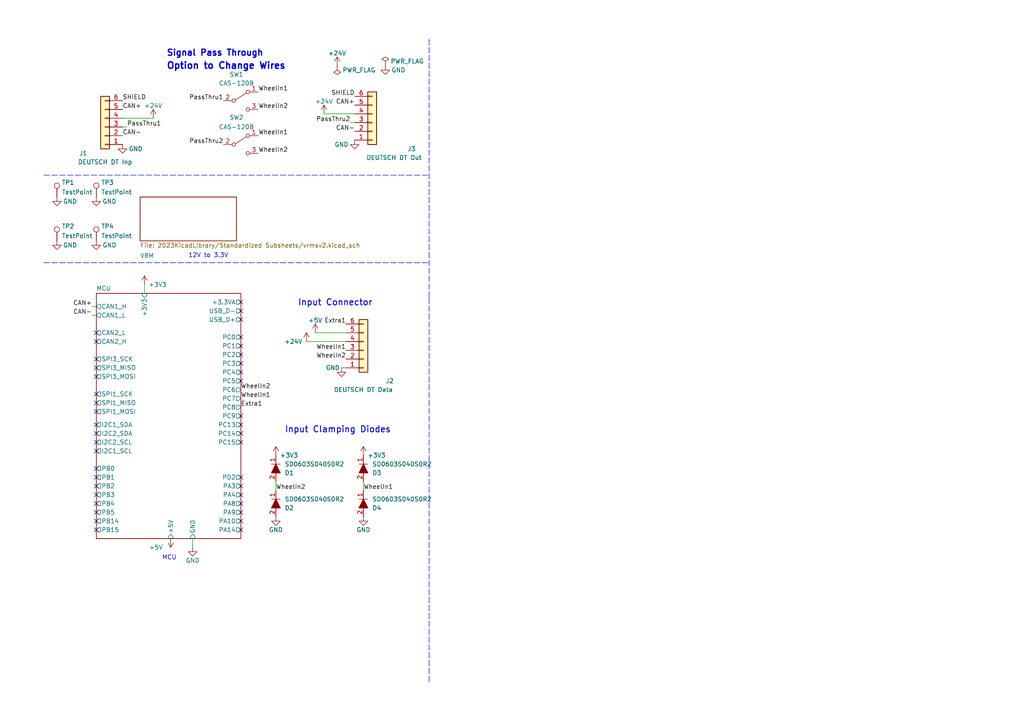
<source format=kicad_sch>
(kicad_sch (version 20211123) (generator eeschema)
  (paper "A4")
  (title_block (title "Wheelspeed Controller") (date "10/30/2022") (rev "X") (company "Longhorn Racing Electric"))
  (lib_symbols
    (symbol "Connector:TestPoint" (pin_numbers hide) (pin_names (offset 0.762) hide)
      (property "Reference" "TP" (at 0 6.858 0))
      (property "Value" "TestPoint" (at 0 5.08 0))
      (symbol "TestPoint_0_1"
        (circle (center 0 3.302) (radius 0.762))
      )
      (symbol "TestPoint_1_1"
        (pin passive line (at 0 0 90) (length 2.54) (name "1") (number "1"))
      )
    )
    (symbol "Connector_Generic:Conn_01x06" (pin_names (offset 1.016) hide)
      (property "Reference" "J" (at 0 7.62 0))
      (property "Value" "Conn_01x06" (at 0 -10.16 0))
      (symbol "Conn_01x06_1_1"
        (rectangle (start -1.27 -7.493) (end 0 -7.747) (stroke (width 0.1524)))
        (rectangle (start -1.27 -4.953) (end 0 -5.207) (stroke (width 0.1524)))
        (rectangle (start -1.27 -2.413) (end 0 -2.667) (stroke (width 0.1524)))
        (rectangle (start -1.27 0.127) (end 0 -0.127) (stroke (width 0.1524)))
        (rectangle (start -1.27 2.667) (end 0 2.413) (stroke (width 0.1524)))
        (rectangle (start -1.27 5.207) (end 0 4.953) (stroke (width 0.1524)))
        (rectangle (start -1.27 6.35) (end 1.27 -8.89) (stroke (width 0.254)) (fill (type background)))
        (pin passive line (at -5.08 5.08 0) (length 3.81) (name "Pin_1") (number "1"))
        (pin passive line (at -5.08 2.54 0) (length 3.81) (name "Pin_2") (number "2"))
        (pin passive line (at -5.08 0 0) (length 3.81) (name "Pin_3") (number "3"))
        (pin passive line (at -5.08 -2.54 0) (length 3.81) (name "Pin_4") (number "4"))
        (pin passive line (at -5.08 -5.08 0) (length 3.81) (name "Pin_5") (number "5"))
        (pin passive line (at -5.08 -7.62 0) (length 3.81) (name "Pin_6") (number "6"))
      )
    )
    (symbol "SamacSys_Parts:SS36-E3_57T" (pin_names (offset 0.762))
      (property "Reference" "D?" (at 3.302 -6.7115 90))
      (property "Value" "SS36-E3_57T" (at 3.302 -9.4866 90))
      (symbol "SS36-E3_57T_0_0"
        (pin passive line (at 2.54 0 0) (length 2.54) (name "~") (number "1"))
        (pin passive line (at 10.16 0 180) (length 2.54) (name "~") (number "2"))
      )
      (symbol "SS36-E3_57T_0_1"
        (polyline (pts (xy 5.08 1.27) (xy 5.08 -1.27)) (stroke (width 0.1524)))
        (polyline (pts (xy 5.08 0) (xy 7.62 1.27) (xy 7.62 -1.27) (xy 5.08 0)) (stroke (width 0.254)) (fill (type outline)))
      )
    )
    (symbol "Switch:SW_SPDT" (pin_names (offset 0) hide)
      (property "Reference" "SW" (at 0 4.318 0))
      (property "Value" "SW_SPDT" (at 0 -5.08 0))
      (symbol "SW_SPDT_0_0"
        (circle (center -2.032 0) (radius 0.508))
        (circle (center 2.032 -2.54) (radius 0.508))
      )
      (symbol "SW_SPDT_0_1"
        (polyline (pts (xy -1.524 0.254) (xy 1.651 2.286)))
        (circle (center 2.032 2.54) (radius 0.508))
      )
      (symbol "SW_SPDT_1_1"
        (pin passive line (at 5.08 2.54 180) (length 2.54) (name "A") (number "1"))
        (pin passive line (at -5.08 0 0) (length 2.54) (name "B") (number "2"))
        (pin passive line (at 5.08 -2.54 180) (length 2.54) (name "C") (number "3"))
      )
    )
    (symbol "power:+24V" (power) (pin_names (offset 0))
      (property "Value" "+24V" (at 0 3.556 0))
      (symbol "+24V_0_1"
        (polyline (pts (xy -0.762 1.27) (xy 0 2.54)))
        (polyline (pts (xy 0 0) (xy 0 2.54)))
        (polyline (pts (xy 0 2.54) (xy 0.762 1.27)))
      )
      (symbol "+24V_1_1"
        (pin power_in line (at 0 0 90) (length 0) hide (name "+24V") (number "1"))
      )
    )
    (symbol "power:+3.3V" (power) (pin_names (offset 0))
      (property "Value" "+3.3V" (at 0 3.556 0))
      (symbol "+3.3V_0_1"
        (polyline (pts (xy -0.762 1.27) (xy 0 2.54)))
        (polyline (pts (xy 0 0) (xy 0 2.54)))
        (polyline (pts (xy 0 2.54) (xy 0.762 1.27)))
      )
      (symbol "+3.3V_1_1"
        (pin power_in line (at 0 0 90) (length 0) hide (name "+3V3") (number "1"))
      )
    )
    (symbol "power:+5V" (power) (pin_names (offset 0))
      (property "Value" "+5V" (at 0 3.556 0))
      (symbol "+5V_0_1"
        (polyline (pts (xy -0.762 1.27) (xy 0 2.54)))
        (polyline (pts (xy 0 0) (xy 0 2.54)))
        (polyline (pts (xy 0 2.54) (xy 0.762 1.27)))
      )
      (symbol "+5V_1_1"
        (pin power_in line (at 0 0 90) (length 0) hide (name "+5V") (number "1"))
      )
    )
    (symbol "power:GND" (power) (pin_names (offset 0))
      (property "Value" "GND" (at 0 -3.81 0))
      (symbol "GND_0_1"
        (polyline (pts (xy 0 0) (xy 0 -1.27) (xy 1.27 -1.27) (xy 0 -2.54) (xy -1.27 -1.27) (xy 0 -1.27)))
      )
      (symbol "GND_1_1"
        (pin power_in line (at 0 0 270) (length 0) hide (name "GND") (number "1"))
      )
    )
    (symbol "power:PWR_FLAG" (power) (pin_numbers hide) (pin_names (offset 0) hide)
      (property "Value" "PWR_FLAG" (at 0 3.81 0))
      (symbol "PWR_FLAG_0_0"
        (pin power_out line (at 0 0 90) (length 0) (name "pwr") (number "1"))
      )
      (symbol "PWR_FLAG_0_1"
        (polyline (pts (xy 0 0) (xy 0 1.27) (xy -1.016 1.905) (xy 0 2.54) (xy 1.016 1.905) (xy 0 1.27)))
      )
    )
  )
  (no_connect (at 69.85 87.63))
  (no_connect (at 69.85 92.71))
  (no_connect (at 69.85 90.17))
  (no_connect (at 69.85 138.43))
  (no_connect (at 69.85 140.97))
  (no_connect (at 27.94 143.51))
  (no_connect (at 27.94 138.43))
  (no_connect (at 27.94 109.22))
  (no_connect (at 27.94 99.06))
  (no_connect (at 27.94 106.68))
  (no_connect (at 69.85 143.51))
  (no_connect (at 27.94 119.38))
  (no_connect (at 27.94 116.84))
  (no_connect (at 27.94 135.89))
  (no_connect (at 27.94 96.52))
  (no_connect (at 27.94 130.81))
  (no_connect (at 27.94 123.19))
  (no_connect (at 27.94 128.27))
  (no_connect (at 27.94 125.73))
  (no_connect (at 27.94 151.13))
  (no_connect (at 27.94 146.05))
  (no_connect (at 27.94 148.59))
  (no_connect (at 27.94 140.97))
  (no_connect (at 27.94 153.67))
  (no_connect (at 27.94 104.14))
  (no_connect (at 27.94 114.3))
  (no_connect (at 69.85 146.05))
  (no_connect (at 69.85 105.41))
  (no_connect (at 69.85 110.49))
  (no_connect (at 69.85 107.95))
  (no_connect (at 69.85 97.79))
  (no_connect (at 69.85 100.33))
  (no_connect (at 69.85 102.87))
  (no_connect (at 69.85 120.65))
  (no_connect (at 69.85 123.19))
  (no_connect (at 69.85 125.73))
  (no_connect (at 69.85 128.27))
  (no_connect (at 69.85 148.59))
  (no_connect (at 69.85 151.13))
  (no_connect (at 69.85 153.67))
  (wire (pts (xy 26.67 91.44) (xy 27.94 91.44)))
  (wire (pts (xy 55.88 158.75) (xy 55.88 156.21)))
  (wire (pts (xy 105.41 142.24) (xy 105.41 139.7)))
  (wire (pts (xy 99.06 106.68) (xy 100.33 106.68)))
  (polyline (pts (xy 124.46 11.43) (xy 124.46 86.36)))
  (wire (pts (xy 88.9 99.06) (xy 100.33 99.06)))
  (wire (pts (xy 93.98 33.02) (xy 102.87 33.02)))
  (wire (pts (xy 27.94 88.9) (xy 26.67 88.9)))
  (wire (pts (xy 36.83 36.83) (xy 35.56 36.83)))
  (wire (pts (xy 101.6 35.56) (xy 102.87 35.56)))
  (polyline (pts (xy 12.7 76.2) (xy 124.46 76.2)))
  (polyline (pts (xy 124.46 86.36) (xy 124.46 198.12)))
  (polyline (pts (xy 12.7 50.8) (xy 124.46 50.8)))
  (wire (pts (xy 41.91 82.55) (xy 41.91 85.09)))
  (wire (pts (xy 44.45 34.29) (xy 35.56 34.29)))
  (wire (pts (xy 91.44 96.52) (xy 100.33 96.52)))
  (wire (pts (xy 80.01 142.24) (xy 80.01 139.7)))
  (text "Signal Pass Through" (at 48.26 16.51 0) (effects (font (size 1.778 1.778) (thickness 0.3556) bold) (justify left bottom)))
  (text "Input Clamping Diodes" (at 82.55 125.73 0) (effects (font (size 1.778 1.778) (thickness 0.254) bold) (justify left bottom)))
  (text "MCU" (at 46.99 162.56 0) (effects (font (size 1.27 1.27)) (justify left bottom)))
  (text "Option to Change Wires" (at 48.26 20.32 0) (effects (font (size 1.905 1.905) (thickness 0.381) bold) (justify left bottom)))
  (text "Input Connector" (at 86.36 88.9 0) (effects (font (size 1.778 1.778) (thickness 0.254) bold) (justify left bottom)))
  (text "12V to 3.3V" (at 54.61 74.93 0) (effects (font (size 1.27 1.27)) (justify left bottom)))
  (label "WheelIn2" (at 100.33 104.14 180))
  (label "SHIELD" (at 102.87 27.94 180))
  (label "PassThru2" (at 64.77 41.91 180))
  (label "SHIELD" (at 35.56 29.21 0))
  (label "CAN+" (at 35.56 31.75 0))
  (label "CAN+" (at 26.67 88.9 180))
  (label "PassThru1" (at 64.77 29.21 180))
  (label "PassThru2" (at 101.6 35.56 180))
  (label "Extra1" (at 100.33 93.98 180))
  (label "WheelIn1" (at 100.33 101.6 180))
  (label "WheelIn1" (at 74.93 39.37 0))
  (label "WheelIn1" (at 69.85 115.57 0))
  (label "WheelIn2" (at 74.93 44.45 0))
  (label "CAN+" (at 102.87 30.48 180))
  (label "WheelIn1" (at 74.93 26.67 0))
  (label "CAN-" (at 26.67 91.44 180))
  (label "PassThru1" (at 36.83 36.83 0))
  (label "Extra1" (at 69.85 118.11 0))
  (label "WheelIn2" (at 69.85 113.03 0))
  (label "WheelIn1" (at 105.41 142.24 0))
  (label "WheelIn2" (at 74.93 31.75 0))
  (label "WheelIn2" (at 80.01 142.24 0))
  (label "CAN-" (at 102.87 38.1 180))
  (label "CAN-" (at 35.56 39.37 0))
  (symbol (lib_id "SamacSys_Parts:SS36-E3_57T") (at 105.41 129.54 270) (unit 1)
    (property "Reference" "D3" (at 107.95 137.16 90) (effects (justify left)))
    (property "Value" "SD0603S040S0R2" (at 107.95 134.62 90) (effects (justify left)))
    (property "Footprint" "SamacSys_Parts:SD0603" (effects hide))
    (property "Datasheet" "https://www.mouser.com/datasheet/2/40/schottky-776407.pdf" (effects hide))
    (property "Description" "SS36-E3/57T, Schottky Diode,  3A max, 60V, 2-Pin, SMC" (effects hide))
    (property "Height" "2.62" (effects hide))
    (property "Mouser Part Number" "625-SS36-E3" (effects hide))
    (property "Mouser Price/Stock" "https://www.mouser.co.uk/ProductDetail/Vishay-General-Semiconductor/SS36-E3-57T?qs=x2jpVgRnAtNdHfPfldPWaQ%3D%3D" (effects hide))
    (property "Manufacturer_Name" "Vishay" (effects hide))
    (property "Manufacturer_Part_Number" "SS36-E3/57T" (effects hide))
  )
  (symbol (lib_id "power:+3.3V") (at 105.41 132.08 0) (unit 1)
    (property "Reference" "#PWR018" (effects hide))
    (property "Value" "+3.3V" (at 109.22 132.08 0))
  )
  (symbol (lib_id "power:GND") (at 16.51 57.15 0) (unit 1)
    (property "Reference" "#PWR01" (effects hide))
    (property "Value" "GND" (at 20.32 58.42 0))
  )
  (symbol (lib_id "power:+3.3V") (at 41.91 82.55 0) (unit 1)
    (property "Reference" "#PWR06" (effects hide))
    (property "Value" "+3.3V" (at 45.72 82.55 0))
  )
  (symbol (lib_id "Connector:TestPoint") (at 27.94 57.15 0) (unit 1)
    (property "Reference" "TP3" (at 29.337 52.9395 0) (effects (justify left)))
    (property "Value" "TestPoint" (at 29.337 55.7146 0) (effects (justify left)))
  )
  (symbol (lib_id "power:GND") (at 102.87 40.64 0) (mirror y) (unit 1)
    (property "Reference" "#PWR017" (effects hide))
    (property "Value" "GND" (at 99.06 41.91 0))
  )
  (symbol (lib_id "Connector:TestPoint") (at 16.51 57.15 0) (unit 1)
    (property "Reference" "TP1" (at 17.907 52.9395 0) (effects (justify left)))
    (property "Value" "TestPoint" (at 17.907 55.7146 0) (effects (justify left)))
  )
  (symbol (lib_id "power:+24V") (at 88.9 99.06 0) (mirror y) (unit 1)
    (property "Reference" "#PWR012" (effects hide))
    (property "Value" "+24V" (at 85.09 99.06 0))
  )
  (symbol (lib_id "power:+24V") (at 93.98 33.02 0) (mirror y) (unit 1)
    (property "Reference" "#PWR014" (effects hide))
    (property "Value" "+24V" (at 93.98 29.4155 0))
  )
  (symbol (lib_id "power:PWR_FLAG") (at 97.79 19.05 180) (unit 1)
    (property "Reference" "#FLG01" (effects hide))
    (property "Value" "PWR_FLAG" (at 104.14 20.32 0))
  )
  (symbol (lib_id "power:+24V") (at 97.79 19.05 0) (unit 1)
    (property "Reference" "#PWR015" (effects hide))
    (property "Value" "+24V" (at 97.79 15.4455 0))
  )
  (symbol (lib_id "Connector_Generic:Conn_01x06") (at 107.95 35.56 0) (mirror x) (unit 1)
    (property "Reference" "J3" (at 119.38 43.18 0))
    (property "Value" "DEUTSCH DT Out" (at 114.3 45.72 0))
    (property "Footprint" "Global Libraries:DT13-6P" (effects hide))
    (property "Datasheet" "https://www.te.com/usa-en/product-CAT-D487-H342.datasheet.pdf" (effects hide))
  )
  (symbol (lib_id "power:GND") (at 111.76 19.05 0) (unit 1)
    (property "Reference" "#PWR020" (effects hide))
    (property "Value" "GND" (at 115.57 20.32 0))
  )
  (symbol (lib_id "Connector_Generic:Conn_01x06") (at 30.48 36.83 180) (unit 1)
    (property "Reference" "J1" (at 24.13 44.45 0))
    (property "Value" "DEUTSCH DT Inp" (at 30.48 46.99 0))
    (property "Footprint" "Global Libraries:DT13-6P" (effects hide))
    (property "Datasheet" "https://www.te.com/usa-en/product-CAT-D487-H342.datasheet.pdf" (effects hide))
  )
  (symbol (lib_id "SamacSys_Parts:SS36-E3_57T") (at 80.01 139.7 270) (unit 1)
    (property "Reference" "D2" (at 82.55 147.32 90) (effects (justify left)))
    (property "Value" "SD0603S040S0R2" (at 82.55 144.78 90) (effects (justify left)))
    (property "Footprint" "SamacSys_Parts:SD0603" (effects hide))
    (property "Datasheet" "https://www.mouser.com/datasheet/2/40/schottky-776407.pdf" (effects hide))
    (property "Description" "SS36-E3/57T, Schottky Diode,  3A max, 60V, 2-Pin, SMC" (effects hide))
    (property "Height" "2.62" (effects hide))
    (property "Mouser Part Number" "625-SS36-E3" (effects hide))
    (property "Mouser Price/Stock" "https://www.mouser.co.uk/ProductDetail/Vishay-General-Semiconductor/SS36-E3-57T?qs=x2jpVgRnAtNdHfPfldPWaQ%3D%3D" (effects hide))
    (property "Manufacturer_Name" "Vishay" (effects hide))
    (property "Manufacturer_Part_Number" "SS36-E3/57T" (effects hide))
  )
  (symbol (lib_id "power:GND") (at 27.94 69.85 0) (unit 1)
    (property "Reference" "#PWR04" (effects hide))
    (property "Value" "GND" (at 31.75 71.12 0))
  )
  (symbol (lib_id "Connector_Generic:Conn_01x06") (at 105.41 101.6 0) (mirror x) (unit 1)
    (property "Reference" "J2" (at 113.03 110.49 0))
    (property "Value" "DEUTSCH DT Data" (at 105.41 113.03 0))
    (property "Footprint" "Global Libraries:DT13-6P" (effects hide))
    (property "Datasheet" "https://www.te.com/usa-en/product-CAT-D487-H342.datasheet.pdf" (effects hide))
  )
  (symbol (lib_id "Connector:TestPoint") (at 16.51 69.85 0) (unit 1)
    (property "Reference" "TP2" (at 17.907 65.6395 0) (effects (justify left)))
    (property "Value" "TestPoint" (at 17.907 68.4146 0) (effects (justify left)))
  )
  (symbol (lib_id "Switch:SW_SPDT") (at 69.85 29.21 0) (unit 1)
    (property "Reference" "SW1" (at 68.58 21.59 0))
    (property "Value" "CAS-120B" (at 68.58 24.13 0))
    (property "Footprint" "SamacSys_Parts:CAS120B" (effects hide))
    (property "Datasheet" "https://www.mouser.com/datasheet/2/972/cas-1628136.pdf" (effects hide))
  )
  (symbol (lib_id "power:GND") (at 55.88 158.75 0) (unit 1)
    (property "Reference" "#PWR09" (effects hide))
    (property "Value" "GND" (at 55.88 162.56 0))
  )
  (symbol (lib_id "power:+5V") (at 91.44 96.52 0) (mirror y) (unit 1)
    (property "Reference" "#PWR013" (effects hide))
    (property "Value" "+5V" (at 91.44 92.9155 0))
  )
  (symbol (lib_id "power:+3.3V") (at 80.01 132.08 0) (unit 1)
    (property "Reference" "#PWR010" (effects hide))
    (property "Value" "+3.3V" (at 83.82 132.08 0))
  )
  (symbol (lib_id "Switch:SW_SPDT") (at 69.85 41.91 0) (unit 1)
    (property "Reference" "SW2" (at 68.58 34.0549 0))
    (property "Value" "CAS-120B" (at 68.58 36.83 0))
    (property "Footprint" "SamacSys_Parts:CAS120B" (effects hide))
    (property "Datasheet" "https://www.mouser.com/datasheet/2/972/cas-1628136.pdf" (effects hide))
  )
  (symbol (lib_id "power:+24V") (at 44.45 34.29 0) (unit 1)
    (property "Reference" "#PWR07" (effects hide))
    (property "Value" "+24V" (at 44.45 30.6855 0))
  )
  (symbol (lib_id "SamacSys_Parts:SS36-E3_57T") (at 105.41 139.7 270) (unit 1)
    (property "Reference" "D4" (at 107.95 147.32 90) (effects (justify left)))
    (property "Value" "SD0603S040S0R2" (at 107.95 144.78 90) (effects (justify left)))
    (property "Footprint" "SamacSys_Parts:SD0603" (effects hide))
    (property "Datasheet" "https://www.mouser.com/datasheet/2/40/schottky-776407.pdf" (effects hide))
    (property "Description" "SS36-E3/57T, Schottky Diode,  3A max, 60V, 2-Pin, SMC" (effects hide))
    (property "Height" "2.62" (effects hide))
    (property "Mouser Part Number" "625-SS36-E3" (effects hide))
    (property "Mouser Price/Stock" "https://www.mouser.co.uk/ProductDetail/Vishay-General-Semiconductor/SS36-E3-57T?qs=x2jpVgRnAtNdHfPfldPWaQ%3D%3D" (effects hide))
    (property "Manufacturer_Name" "Vishay" (effects hide))
    (property "Manufacturer_Part_Number" "SS36-E3/57T" (effects hide))
  )
  (symbol (lib_id "power:GND") (at 27.94 57.15 0) (unit 1)
    (property "Reference" "#PWR03" (effects hide))
    (property "Value" "GND" (at 31.75 58.42 0))
  )
  (symbol (lib_id "Connector:TestPoint") (at 27.94 69.85 0) (unit 1)
    (property "Reference" "TP4" (at 29.337 65.6395 0) (effects (justify left)))
    (property "Value" "TestPoint" (at 29.337 68.4146 0) (effects (justify left)))
  )
  (symbol (lib_id "power:GND") (at 105.41 149.86 0) (unit 1)
    (property "Reference" "#PWR019" (effects hide))
    (property "Value" "GND" (at 105.41 153.67 0))
  )
  (symbol (lib_id "power:+5V") (at 49.53 156.21 180) (unit 1)
    (property "Reference" "#PWR08" (effects hide))
    (property "Value" "+5V" (at 43.18 158.75 0) (effects (justify right)))
  )
  (symbol (lib_id "power:PWR_FLAG") (at 111.76 19.05 0) (unit 1)
    (property "Reference" "#FLG02" (effects hide))
    (property "Value" "PWR_FLAG" (at 118.11 17.78 0))
  )
  (symbol (lib_id "power:GND") (at 35.56 41.91 0) (unit 1)
    (property "Reference" "#PWR05" (effects hide))
    (property "Value" "GND" (at 39.37 43.18 0))
  )
  (symbol (lib_id "power:GND") (at 80.01 149.86 0) (unit 1)
    (property "Reference" "#PWR011" (effects hide))
    (property "Value" "GND" (at 80.01 153.67 0))
  )
  (symbol (lib_id "power:GND") (at 99.06 106.68 0) (mirror y) (unit 1)
    (property "Reference" "#PWR016" (effects hide))
    (property "Value" "GND" (at 96.52 106.68 0))
  )
  (symbol (lib_id "SamacSys_Parts:SS36-E3_57T") (at 80.01 129.54 270) (unit 1)
    (property "Reference" "D1" (at 82.55 137.16 90) (effects (justify left)))
    (property "Value" "SD0603S040S0R2" (at 82.55 134.62 90) (effects (justify left)))
    (property "Footprint" "SamacSys_Parts:SD0603" (effects hide))
    (property "Datasheet" "https://www.mouser.com/datasheet/2/40/schottky-776407.pdf" (effects hide))
    (property "Description" "SS36-E3/57T, Schottky Diode,  3A max, 60V, 2-Pin, SMC" (effects hide))
    (property "Height" "2.62" (effects hide))
    (property "Mouser Part Number" "625-SS36-E3" (effects hide))
    (property "Mouser Price/Stock" "https://www.mouser.co.uk/ProductDetail/Vishay-General-Semiconductor/SS36-E3-57T?qs=x2jpVgRnAtNdHfPfldPWaQ%3D%3D" (effects hide))
    (property "Manufacturer_Name" "Vishay" (effects hide))
    (property "Manufacturer_Part_Number" "SS36-E3/57T" (effects hide))
  )
  (symbol (lib_id "power:GND") (at 16.51 69.85 0) (unit 1)
    (property "Reference" "#PWR02" (effects hide))
    (property "Value" "GND" (at 20.32 71.12 0))
  )
  (sheet (at 40.64 57.15) (size 27.94 12.7) (stroke (width 0.1524))
    (property "Sheet name" "VRM" (at 40.64 74.93 0) (effects (justify left bottom)))
    (property "Sheet file" "2023KicadLibrary\\Standardized Subsheets\\vrmsv2.kicad_sch" (at 40.64 70.4346 0) (effects (justify left top)))
  )
  (sheet (at 27.94 85.09) (size 41.91 71.12) (stroke (width 0.1524))
    (property "Sheet name" "MCU" (at 27.94 84.3784 0) (effects (justify left bottom)))
    (property "Sheet file" "2023KicadLibrary\\Standardized Subsheets\\microcontroller.kicad_sch" (effects hide))
    (pin "GND" input (at 55.88 156.21 270))
    (pin "I2C1_SDA" output (at 27.94 123.19 180))
    (pin "I2C2_SDA" output (at 27.94 125.73 180))
    (pin "I2C2_SCL" output (at 27.94 128.27 180))
    (pin "I2C1_SCL" output (at 27.94 130.81 180))
    (pin "+3.3VA" output (at 69.85 87.63 0))
    (pin "USB_D-" output (at 69.85 90.17 0))
    (pin "USB_D+" output (at 69.85 92.71 0))
    (pin "SPI1_MOSI" output (at 27.94 119.38 180))
    (pin "PD2" output (at 69.85 138.43 0))
    (pin "PC6" output (at 69.85 113.03 0))
    (pin "PC7" output (at 69.85 115.57 0))
    (pin "PC0" output (at 69.85 97.79 0))
    (pin "PC5" output (at 69.85 110.49 0))
    (pin "PC2" output (at 69.85 102.87 0))
    (pin "PC3" output (at 69.85 105.41 0))
    (pin "PC4" output (at 69.85 107.95 0))
    (pin "PC1" output (at 69.85 100.33 0))
    (pin "SPI3_SCK" output (at 27.94 104.14 180))
    (pin "SPI3_MISO" output (at 27.94 106.68 180))
    (pin "PC9" output (at 69.85 120.65 0))
    (pin "PC15" output (at 69.85 128.27 0))
    (pin "PC8" output (at 69.85 118.11 0))
    (pin "PC13" output (at 69.85 123.19 0))
    (pin "PC14" output (at 69.85 125.73 0))
    (pin "SPI3_MOSI" output (at 27.94 109.22 180))
    (pin "CAN1_H" output (at 27.94 88.9 180))
    (pin "CAN1_L" output (at 27.94 91.44 180))
    (pin "CAN2_L" output (at 27.94 96.52 180))
    (pin "CAN2_H" output (at 27.94 99.06 180))
    (pin "PB5" output (at 27.94 148.59 180))
    (pin "PB15" output (at 27.94 153.67 180))
    (pin "PB14" output (at 27.94 151.13 180))
    (pin "PB2" output (at 27.94 140.97 180))
    (pin "PB4" output (at 27.94 146.05 180))
    (pin "PB1" output (at 27.94 138.43 180))
    (pin "PB3" output (at 27.94 143.51 180))
    (pin "PB0" output (at 27.94 135.89 180))
    (pin "PA14" output (at 69.85 153.67 0))
    (pin "PA10" output (at 69.85 151.13 0))
    (pin "SPI1_SCK" output (at 27.94 114.3 180))
    (pin "PA8" output (at 69.85 146.05 0))
    (pin "SPI1_MISO" output (at 27.94 116.84 180))
    (pin "PA4" output (at 69.85 143.51 0))
    (pin "PA9" output (at 69.85 148.59 0))
    (pin "PA3" output (at 69.85 140.97 0))
    (pin "+3V3" input (at 41.91 85.09 90))
    (pin "+5V" input (at 49.53 156.21 270))
  )
)
</source>
